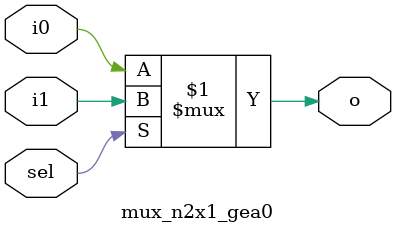
<source format=v>
`timescale 100 ps/100 ps
/*******************************************************************************
*         (c) Copyright 1997,  National Semiconductor Corporation
*                           ALL RIGHTS RESERVED
********************************************************************************
*                   NATIONAL SEMICONDUCTOR CONFIDENTIAL
********************************************************************************
* *$Id: template_hdl.v,v 1.1 1998/07/09 22:49:34 clk Exp $
* *Name: mux_n2x1_gea0
*===============================================================================
* *History: $Id$
*   Mon Nov 20 16:59:23 MET 2000 - v1  angelo      Initial Revision
*===============================================================================
* *Description:
*
* parent:  (Upward hierarchy) If known
* children:  (downward hierarchy)
*
* *endName
********************************************************************************
********************************************************************************
*        1         2         3         4         5         6         7         8
*2345678901234567890123456789012345678901234567890123456789012345678901234567890
*******************************************************************************/
 
module mux_n2x1_gea0 (
   // OUTPUT
   o,      // mux output

   // INPUTs
   i0,     // input 0 - if sel=0
   i1,     // input 1 - if sel=1
   sel     // select input 
   );

parameter WIDTH = 1;

// OUTPUT
output [WIDTH-1:0] o;      // mux output

// INPUTs
input [WIDTH-1:0]  i0;     // input 0 - if sel=0
input [WIDTH-1:0]  i1;     // input 1 - if sel=1
input              sel;    // select input

// synopsys template

assign o = (sel) ? i1 : i0;
 
endmodule  //  End of 'module mux_n2x1_gea0 ()'

</source>
